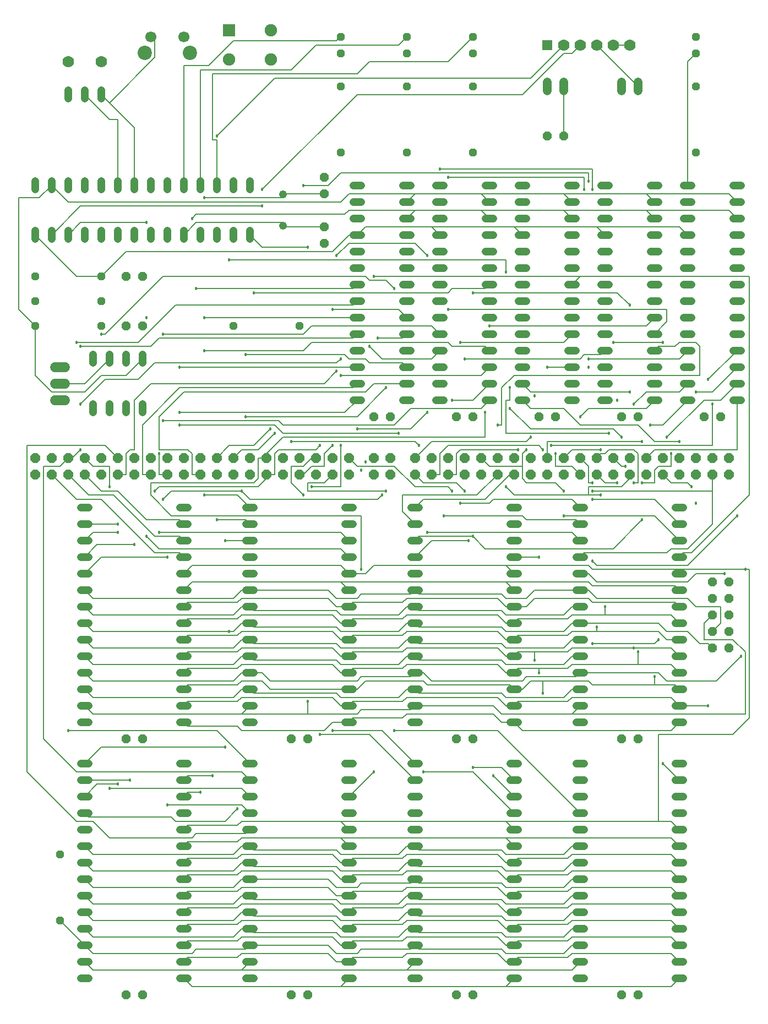
<source format=gbr>
G04 EAGLE Gerber RS-274X export*
G75*
%MOMM*%
%FSLAX34Y34*%
%LPD*%
%INTop Copper*%
%IPPOS*%
%AMOC8*
5,1,8,0,0,1.08239X$1,22.5*%
G01*
%ADD10C,1.219200*%
%ADD11P,1.649562X8X22.500000*%
%ADD12C,1.219200*%
%ADD13P,1.539592X8X292.500000*%
%ADD14P,1.539592X8X112.500000*%
%ADD15R,1.500000X1.500000*%
%ADD16C,1.778000*%
%ADD17P,1.539592X8X202.500000*%
%ADD18P,1.319650X8X22.500000*%
%ADD19P,1.539592X8X22.500000*%
%ADD20P,1.319650X8X292.500000*%
%ADD21C,1.524000*%
%ADD22C,1.371600*%
%ADD23C,2.200000*%
%ADD24C,1.700000*%
%ADD25R,1.905000X1.905000*%
%ADD26C,1.905000*%
%ADD27P,1.319650X8X112.500000*%
%ADD28P,1.484606X8X112.500000*%
%ADD29C,0.127000*%
%ADD30C,0.457200*%


D10*
X1034796Y444500D02*
X1022604Y444500D01*
X1022604Y469900D02*
X1034796Y469900D01*
X1034796Y495300D02*
X1022604Y495300D01*
X1022604Y520700D02*
X1034796Y520700D01*
X1034796Y546100D02*
X1022604Y546100D01*
X1022604Y571500D02*
X1034796Y571500D01*
X1034796Y596900D02*
X1022604Y596900D01*
X1022604Y622300D02*
X1034796Y622300D01*
X1034796Y647700D02*
X1022604Y647700D01*
X1022604Y673100D02*
X1034796Y673100D01*
X1034796Y698500D02*
X1022604Y698500D01*
X1022604Y723900D02*
X1034796Y723900D01*
X1034796Y749300D02*
X1022604Y749300D01*
X1022604Y774700D02*
X1034796Y774700D01*
X882396Y774700D02*
X870204Y774700D01*
X870204Y749300D02*
X882396Y749300D01*
X882396Y723900D02*
X870204Y723900D01*
X870204Y698500D02*
X882396Y698500D01*
X882396Y673100D02*
X870204Y673100D01*
X870204Y647700D02*
X882396Y647700D01*
X882396Y622300D02*
X870204Y622300D01*
X870204Y596900D02*
X882396Y596900D01*
X882396Y571500D02*
X870204Y571500D01*
X870204Y546100D02*
X882396Y546100D01*
X882396Y520700D02*
X870204Y520700D01*
X870204Y495300D02*
X882396Y495300D01*
X882396Y469900D02*
X870204Y469900D01*
X870204Y444500D02*
X882396Y444500D01*
X1022604Y50800D02*
X1034796Y50800D01*
X1034796Y76200D02*
X1022604Y76200D01*
X1022604Y101600D02*
X1034796Y101600D01*
X1034796Y127000D02*
X1022604Y127000D01*
X1022604Y152400D02*
X1034796Y152400D01*
X1034796Y177800D02*
X1022604Y177800D01*
X1022604Y203200D02*
X1034796Y203200D01*
X1034796Y228600D02*
X1022604Y228600D01*
X1022604Y254000D02*
X1034796Y254000D01*
X1034796Y279400D02*
X1022604Y279400D01*
X1022604Y304800D02*
X1034796Y304800D01*
X1034796Y330200D02*
X1022604Y330200D01*
X1022604Y355600D02*
X1034796Y355600D01*
X1034796Y381000D02*
X1022604Y381000D01*
X882396Y381000D02*
X870204Y381000D01*
X870204Y355600D02*
X882396Y355600D01*
X882396Y330200D02*
X870204Y330200D01*
X870204Y304800D02*
X882396Y304800D01*
X882396Y279400D02*
X870204Y279400D01*
X870204Y254000D02*
X882396Y254000D01*
X882396Y228600D02*
X870204Y228600D01*
X870204Y203200D02*
X882396Y203200D01*
X882396Y177800D02*
X870204Y177800D01*
X870204Y152400D02*
X882396Y152400D01*
X882396Y127000D02*
X870204Y127000D01*
X870204Y101600D02*
X882396Y101600D01*
X882396Y76200D02*
X870204Y76200D01*
X870204Y50800D02*
X882396Y50800D01*
X780796Y444500D02*
X768604Y444500D01*
X768604Y469900D02*
X780796Y469900D01*
X780796Y495300D02*
X768604Y495300D01*
X768604Y520700D02*
X780796Y520700D01*
X780796Y546100D02*
X768604Y546100D01*
X768604Y571500D02*
X780796Y571500D01*
X780796Y596900D02*
X768604Y596900D01*
X768604Y622300D02*
X780796Y622300D01*
X780796Y647700D02*
X768604Y647700D01*
X768604Y673100D02*
X780796Y673100D01*
X780796Y698500D02*
X768604Y698500D01*
X768604Y723900D02*
X780796Y723900D01*
X780796Y749300D02*
X768604Y749300D01*
X768604Y774700D02*
X780796Y774700D01*
X628396Y774700D02*
X616204Y774700D01*
X616204Y749300D02*
X628396Y749300D01*
X628396Y723900D02*
X616204Y723900D01*
X616204Y698500D02*
X628396Y698500D01*
X628396Y673100D02*
X616204Y673100D01*
X616204Y647700D02*
X628396Y647700D01*
X628396Y622300D02*
X616204Y622300D01*
X616204Y596900D02*
X628396Y596900D01*
X628396Y571500D02*
X616204Y571500D01*
X616204Y546100D02*
X628396Y546100D01*
X628396Y520700D02*
X616204Y520700D01*
X616204Y495300D02*
X628396Y495300D01*
X628396Y469900D02*
X616204Y469900D01*
X616204Y444500D02*
X628396Y444500D01*
X768604Y50800D02*
X780796Y50800D01*
X780796Y76200D02*
X768604Y76200D01*
X768604Y101600D02*
X780796Y101600D01*
X780796Y127000D02*
X768604Y127000D01*
X768604Y152400D02*
X780796Y152400D01*
X780796Y177800D02*
X768604Y177800D01*
X768604Y203200D02*
X780796Y203200D01*
X780796Y228600D02*
X768604Y228600D01*
X768604Y254000D02*
X780796Y254000D01*
X780796Y279400D02*
X768604Y279400D01*
X768604Y304800D02*
X780796Y304800D01*
X780796Y330200D02*
X768604Y330200D01*
X768604Y355600D02*
X780796Y355600D01*
X780796Y381000D02*
X768604Y381000D01*
X628396Y381000D02*
X616204Y381000D01*
X616204Y355600D02*
X628396Y355600D01*
X628396Y330200D02*
X616204Y330200D01*
X616204Y304800D02*
X628396Y304800D01*
X628396Y279400D02*
X616204Y279400D01*
X616204Y254000D02*
X628396Y254000D01*
X628396Y228600D02*
X616204Y228600D01*
X616204Y203200D02*
X628396Y203200D01*
X628396Y177800D02*
X616204Y177800D01*
X616204Y152400D02*
X628396Y152400D01*
X628396Y127000D02*
X616204Y127000D01*
X616204Y101600D02*
X628396Y101600D01*
X628396Y76200D02*
X616204Y76200D01*
X616204Y50800D02*
X628396Y50800D01*
X526796Y444500D02*
X514604Y444500D01*
X514604Y469900D02*
X526796Y469900D01*
X526796Y495300D02*
X514604Y495300D01*
X514604Y520700D02*
X526796Y520700D01*
X526796Y546100D02*
X514604Y546100D01*
X514604Y571500D02*
X526796Y571500D01*
X526796Y596900D02*
X514604Y596900D01*
X514604Y622300D02*
X526796Y622300D01*
X526796Y647700D02*
X514604Y647700D01*
X514604Y673100D02*
X526796Y673100D01*
X526796Y698500D02*
X514604Y698500D01*
X514604Y723900D02*
X526796Y723900D01*
X526796Y749300D02*
X514604Y749300D01*
X514604Y774700D02*
X526796Y774700D01*
X374396Y774700D02*
X362204Y774700D01*
X362204Y749300D02*
X374396Y749300D01*
X374396Y723900D02*
X362204Y723900D01*
X362204Y698500D02*
X374396Y698500D01*
X374396Y673100D02*
X362204Y673100D01*
X362204Y647700D02*
X374396Y647700D01*
X374396Y622300D02*
X362204Y622300D01*
X362204Y596900D02*
X374396Y596900D01*
X374396Y571500D02*
X362204Y571500D01*
X362204Y546100D02*
X374396Y546100D01*
X374396Y520700D02*
X362204Y520700D01*
X362204Y495300D02*
X374396Y495300D01*
X374396Y469900D02*
X362204Y469900D01*
X362204Y444500D02*
X374396Y444500D01*
X514604Y50800D02*
X526796Y50800D01*
X526796Y76200D02*
X514604Y76200D01*
X514604Y101600D02*
X526796Y101600D01*
X526796Y127000D02*
X514604Y127000D01*
X514604Y152400D02*
X526796Y152400D01*
X526796Y177800D02*
X514604Y177800D01*
X514604Y203200D02*
X526796Y203200D01*
X526796Y228600D02*
X514604Y228600D01*
X514604Y254000D02*
X526796Y254000D01*
X526796Y279400D02*
X514604Y279400D01*
X514604Y304800D02*
X526796Y304800D01*
X526796Y330200D02*
X514604Y330200D01*
X514604Y355600D02*
X526796Y355600D01*
X526796Y381000D02*
X514604Y381000D01*
X374396Y381000D02*
X362204Y381000D01*
X362204Y355600D02*
X374396Y355600D01*
X374396Y330200D02*
X362204Y330200D01*
X362204Y304800D02*
X374396Y304800D01*
X374396Y279400D02*
X362204Y279400D01*
X362204Y254000D02*
X374396Y254000D01*
X374396Y228600D02*
X362204Y228600D01*
X362204Y203200D02*
X374396Y203200D01*
X374396Y177800D02*
X362204Y177800D01*
X362204Y152400D02*
X374396Y152400D01*
X374396Y127000D02*
X362204Y127000D01*
X362204Y101600D02*
X374396Y101600D01*
X374396Y76200D02*
X362204Y76200D01*
X362204Y50800D02*
X374396Y50800D01*
X272796Y50800D02*
X260604Y50800D01*
X260604Y76200D02*
X272796Y76200D01*
X272796Y101600D02*
X260604Y101600D01*
X260604Y127000D02*
X272796Y127000D01*
X272796Y152400D02*
X260604Y152400D01*
X260604Y177800D02*
X272796Y177800D01*
X272796Y203200D02*
X260604Y203200D01*
X260604Y228600D02*
X272796Y228600D01*
X272796Y254000D02*
X260604Y254000D01*
X260604Y279400D02*
X272796Y279400D01*
X272796Y304800D02*
X260604Y304800D01*
X260604Y330200D02*
X272796Y330200D01*
X272796Y355600D02*
X260604Y355600D01*
X260604Y381000D02*
X272796Y381000D01*
X120396Y381000D02*
X108204Y381000D01*
X108204Y355600D02*
X120396Y355600D01*
X120396Y330200D02*
X108204Y330200D01*
X108204Y304800D02*
X120396Y304800D01*
X120396Y279400D02*
X108204Y279400D01*
X108204Y254000D02*
X120396Y254000D01*
X120396Y228600D02*
X108204Y228600D01*
X108204Y203200D02*
X120396Y203200D01*
X120396Y177800D02*
X108204Y177800D01*
X108204Y152400D02*
X120396Y152400D01*
X120396Y127000D02*
X108204Y127000D01*
X108204Y101600D02*
X120396Y101600D01*
X120396Y76200D02*
X108204Y76200D01*
X108204Y50800D02*
X120396Y50800D01*
D11*
X38100Y825500D03*
X63500Y825500D03*
X88900Y825500D03*
X114300Y825500D03*
X139700Y825500D03*
X165100Y825500D03*
X38100Y850900D03*
X63500Y850900D03*
X88900Y850900D03*
X114300Y850900D03*
X139700Y850900D03*
X165100Y850900D03*
X190500Y825500D03*
X190500Y850900D03*
X215900Y825500D03*
X241300Y825500D03*
X266700Y825500D03*
X292100Y825500D03*
X317500Y825500D03*
X342900Y825500D03*
X215900Y850900D03*
X241300Y850900D03*
X266700Y850900D03*
X292100Y850900D03*
X317500Y850900D03*
X342900Y850900D03*
X368300Y825500D03*
X368300Y850900D03*
X393700Y825500D03*
X419100Y825500D03*
X444500Y825500D03*
X469900Y825500D03*
X495300Y825500D03*
X520700Y825500D03*
X393700Y850900D03*
X419100Y850900D03*
X444500Y850900D03*
X469900Y850900D03*
X495300Y850900D03*
X520700Y850900D03*
D10*
X38100Y1187704D02*
X38100Y1199896D01*
X63500Y1199896D02*
X63500Y1187704D01*
X88900Y1187704D02*
X88900Y1199896D01*
X114300Y1199896D02*
X114300Y1187704D01*
X139700Y1187704D02*
X139700Y1199896D01*
X165100Y1199896D02*
X165100Y1187704D01*
X190500Y1187704D02*
X190500Y1199896D01*
X215900Y1199896D02*
X215900Y1187704D01*
X241300Y1187704D02*
X241300Y1199896D01*
X266700Y1199896D02*
X266700Y1187704D01*
X292100Y1187704D02*
X292100Y1199896D01*
X317500Y1199896D02*
X317500Y1187704D01*
X342900Y1187704D02*
X342900Y1199896D01*
X368300Y1199896D02*
X368300Y1187704D01*
X368300Y1263904D02*
X368300Y1276096D01*
X342900Y1276096D02*
X342900Y1263904D01*
X317500Y1263904D02*
X317500Y1276096D01*
X292100Y1276096D02*
X292100Y1263904D01*
X266700Y1263904D02*
X266700Y1276096D01*
X241300Y1276096D02*
X241300Y1263904D01*
X215900Y1263904D02*
X215900Y1276096D01*
X190500Y1276096D02*
X190500Y1263904D01*
X165100Y1263904D02*
X165100Y1276096D01*
X139700Y1276096D02*
X139700Y1263904D01*
X114300Y1263904D02*
X114300Y1276096D01*
X88900Y1276096D02*
X88900Y1263904D01*
X63500Y1263904D02*
X63500Y1276096D01*
X38100Y1276096D02*
X38100Y1263904D01*
D12*
X419100Y1207770D03*
X419100Y1256030D03*
D13*
X482600Y1282700D03*
X482600Y1257300D03*
D14*
X482600Y1181100D03*
X482600Y1206500D03*
D15*
X825500Y1485900D03*
D16*
X850900Y1485900D03*
X876300Y1485900D03*
X901700Y1485900D03*
X927100Y1485900D03*
X952500Y1485900D03*
D17*
X850900Y1346200D03*
X825500Y1346200D03*
D18*
X38100Y1130300D03*
X139700Y1130300D03*
D19*
X177800Y1130300D03*
X203200Y1130300D03*
X177800Y1054100D03*
X203200Y1054100D03*
D18*
X38100Y1054100D03*
X139700Y1054100D03*
X38100Y1092200D03*
X139700Y1092200D03*
D10*
X127000Y933196D02*
X127000Y921004D01*
X152400Y921004D02*
X152400Y933196D01*
X177800Y933196D02*
X177800Y921004D01*
X203200Y921004D02*
X203200Y933196D01*
X203200Y997204D02*
X203200Y1009396D01*
X177800Y1009396D02*
X177800Y997204D01*
X152400Y997204D02*
X152400Y1009396D01*
X127000Y1009396D02*
X127000Y997204D01*
D20*
X508000Y1498600D03*
X508000Y1473200D03*
X609600Y1498600D03*
X609600Y1473200D03*
X711200Y1498600D03*
X711200Y1473200D03*
X711200Y1422400D03*
X711200Y1320800D03*
X609600Y1422400D03*
X609600Y1320800D03*
X508000Y1422400D03*
X508000Y1320800D03*
D17*
X965200Y25400D03*
X939800Y25400D03*
X965200Y419100D03*
X939800Y419100D03*
X457200Y419100D03*
X431800Y419100D03*
X711200Y419100D03*
X685800Y419100D03*
X457200Y25400D03*
X431800Y25400D03*
D10*
X88900Y1403604D02*
X88900Y1415796D01*
X114300Y1415796D02*
X114300Y1403604D01*
X139700Y1403604D02*
X139700Y1415796D01*
D16*
X88900Y1460500D03*
X139700Y1460500D03*
D21*
X83820Y939800D02*
X68580Y939800D01*
X68580Y965200D02*
X83820Y965200D01*
X83820Y990600D02*
X68580Y990600D01*
D17*
X203200Y25400D03*
X177800Y25400D03*
X711200Y25400D03*
X685800Y25400D03*
X203200Y419100D03*
X177800Y419100D03*
D22*
X939800Y1415542D02*
X939800Y1429258D01*
X965200Y1429258D02*
X965200Y1415542D01*
X825500Y1415542D02*
X825500Y1429258D01*
X850900Y1429258D02*
X850900Y1415542D01*
D23*
X276300Y1473600D03*
X206300Y1473600D03*
D24*
X266300Y1498600D03*
X216300Y1498600D03*
D25*
X335800Y1508400D03*
D26*
X335800Y1463400D03*
X400800Y1463400D03*
X400800Y1508400D03*
D18*
X342900Y1054100D03*
X444500Y1054100D03*
D20*
X1054100Y1498600D03*
X1054100Y1473200D03*
X1054100Y1422400D03*
X1054100Y1320800D03*
D10*
X272796Y444500D02*
X260604Y444500D01*
X260604Y469900D02*
X272796Y469900D01*
X272796Y495300D02*
X260604Y495300D01*
X260604Y520700D02*
X272796Y520700D01*
X272796Y546100D02*
X260604Y546100D01*
X260604Y571500D02*
X272796Y571500D01*
X272796Y596900D02*
X260604Y596900D01*
X260604Y622300D02*
X272796Y622300D01*
X272796Y647700D02*
X260604Y647700D01*
X260604Y673100D02*
X272796Y673100D01*
X272796Y698500D02*
X260604Y698500D01*
X260604Y723900D02*
X272796Y723900D01*
X272796Y749300D02*
X260604Y749300D01*
X260604Y774700D02*
X272796Y774700D01*
X120396Y774700D02*
X108204Y774700D01*
X108204Y749300D02*
X120396Y749300D01*
X120396Y723900D02*
X108204Y723900D01*
X108204Y698500D02*
X120396Y698500D01*
X120396Y673100D02*
X108204Y673100D01*
X108204Y647700D02*
X120396Y647700D01*
X120396Y622300D02*
X108204Y622300D01*
X108204Y596900D02*
X120396Y596900D01*
X120396Y571500D02*
X108204Y571500D01*
X108204Y546100D02*
X120396Y546100D01*
X120396Y520700D02*
X108204Y520700D01*
X108204Y495300D02*
X120396Y495300D01*
X120396Y469900D02*
X108204Y469900D01*
X108204Y444500D02*
X120396Y444500D01*
X857504Y939800D02*
X869696Y939800D01*
X869696Y965200D02*
X857504Y965200D01*
X857504Y990600D02*
X869696Y990600D01*
X869696Y1016000D02*
X857504Y1016000D01*
X857504Y1041400D02*
X869696Y1041400D01*
X869696Y1066800D02*
X857504Y1066800D01*
X857504Y1092200D02*
X869696Y1092200D01*
X869696Y1117600D02*
X857504Y1117600D01*
X857504Y1143000D02*
X869696Y1143000D01*
X869696Y1168400D02*
X857504Y1168400D01*
X857504Y1193800D02*
X869696Y1193800D01*
X869696Y1219200D02*
X857504Y1219200D01*
X857504Y1244600D02*
X869696Y1244600D01*
X869696Y1270000D02*
X857504Y1270000D01*
X793496Y1270000D02*
X781304Y1270000D01*
X781304Y1244600D02*
X793496Y1244600D01*
X793496Y1219200D02*
X781304Y1219200D01*
X781304Y1193800D02*
X793496Y1193800D01*
X793496Y1168400D02*
X781304Y1168400D01*
X781304Y1143000D02*
X793496Y1143000D01*
X793496Y1117600D02*
X781304Y1117600D01*
X781304Y1092200D02*
X793496Y1092200D01*
X793496Y1066800D02*
X781304Y1066800D01*
X781304Y1041400D02*
X793496Y1041400D01*
X793496Y1016000D02*
X781304Y1016000D01*
X781304Y990600D02*
X793496Y990600D01*
X793496Y965200D02*
X781304Y965200D01*
X781304Y939800D02*
X793496Y939800D01*
X984504Y939800D02*
X996696Y939800D01*
X996696Y965200D02*
X984504Y965200D01*
X984504Y990600D02*
X996696Y990600D01*
X996696Y1016000D02*
X984504Y1016000D01*
X984504Y1041400D02*
X996696Y1041400D01*
X996696Y1066800D02*
X984504Y1066800D01*
X984504Y1092200D02*
X996696Y1092200D01*
X996696Y1117600D02*
X984504Y1117600D01*
X984504Y1143000D02*
X996696Y1143000D01*
X996696Y1168400D02*
X984504Y1168400D01*
X984504Y1193800D02*
X996696Y1193800D01*
X996696Y1219200D02*
X984504Y1219200D01*
X984504Y1244600D02*
X996696Y1244600D01*
X996696Y1270000D02*
X984504Y1270000D01*
X920496Y1270000D02*
X908304Y1270000D01*
X908304Y1244600D02*
X920496Y1244600D01*
X920496Y1219200D02*
X908304Y1219200D01*
X908304Y1193800D02*
X920496Y1193800D01*
X920496Y1168400D02*
X908304Y1168400D01*
X908304Y1143000D02*
X920496Y1143000D01*
X920496Y1117600D02*
X908304Y1117600D01*
X908304Y1092200D02*
X920496Y1092200D01*
X920496Y1066800D02*
X908304Y1066800D01*
X908304Y1041400D02*
X920496Y1041400D01*
X920496Y1016000D02*
X908304Y1016000D01*
X908304Y990600D02*
X920496Y990600D01*
X920496Y965200D02*
X908304Y965200D01*
X908304Y939800D02*
X920496Y939800D01*
X742696Y939800D02*
X730504Y939800D01*
X730504Y965200D02*
X742696Y965200D01*
X742696Y990600D02*
X730504Y990600D01*
X730504Y1016000D02*
X742696Y1016000D01*
X742696Y1041400D02*
X730504Y1041400D01*
X730504Y1066800D02*
X742696Y1066800D01*
X742696Y1092200D02*
X730504Y1092200D01*
X730504Y1117600D02*
X742696Y1117600D01*
X742696Y1143000D02*
X730504Y1143000D01*
X730504Y1168400D02*
X742696Y1168400D01*
X742696Y1193800D02*
X730504Y1193800D01*
X730504Y1219200D02*
X742696Y1219200D01*
X742696Y1244600D02*
X730504Y1244600D01*
X730504Y1270000D02*
X742696Y1270000D01*
X666496Y1270000D02*
X654304Y1270000D01*
X654304Y1244600D02*
X666496Y1244600D01*
X666496Y1219200D02*
X654304Y1219200D01*
X654304Y1193800D02*
X666496Y1193800D01*
X666496Y1168400D02*
X654304Y1168400D01*
X654304Y1143000D02*
X666496Y1143000D01*
X666496Y1117600D02*
X654304Y1117600D01*
X654304Y1092200D02*
X666496Y1092200D01*
X666496Y1066800D02*
X654304Y1066800D01*
X654304Y1041400D02*
X666496Y1041400D01*
X666496Y1016000D02*
X654304Y1016000D01*
X654304Y990600D02*
X666496Y990600D01*
X666496Y965200D02*
X654304Y965200D01*
X654304Y939800D02*
X666496Y939800D01*
X615696Y939800D02*
X603504Y939800D01*
X603504Y965200D02*
X615696Y965200D01*
X615696Y990600D02*
X603504Y990600D01*
X603504Y1016000D02*
X615696Y1016000D01*
X615696Y1041400D02*
X603504Y1041400D01*
X603504Y1066800D02*
X615696Y1066800D01*
X615696Y1092200D02*
X603504Y1092200D01*
X603504Y1117600D02*
X615696Y1117600D01*
X615696Y1143000D02*
X603504Y1143000D01*
X603504Y1168400D02*
X615696Y1168400D01*
X615696Y1193800D02*
X603504Y1193800D01*
X603504Y1219200D02*
X615696Y1219200D01*
X615696Y1244600D02*
X603504Y1244600D01*
X603504Y1270000D02*
X615696Y1270000D01*
X539496Y1270000D02*
X527304Y1270000D01*
X527304Y1244600D02*
X539496Y1244600D01*
X539496Y1219200D02*
X527304Y1219200D01*
X527304Y1193800D02*
X539496Y1193800D01*
X539496Y1168400D02*
X527304Y1168400D01*
X527304Y1143000D02*
X539496Y1143000D01*
X539496Y1117600D02*
X527304Y1117600D01*
X527304Y1092200D02*
X539496Y1092200D01*
X539496Y1066800D02*
X527304Y1066800D01*
X527304Y1041400D02*
X539496Y1041400D01*
X539496Y1016000D02*
X527304Y1016000D01*
X527304Y990600D02*
X539496Y990600D01*
X539496Y965200D02*
X527304Y965200D01*
X527304Y939800D02*
X539496Y939800D01*
X1111504Y939800D02*
X1123696Y939800D01*
X1123696Y965200D02*
X1111504Y965200D01*
X1111504Y990600D02*
X1123696Y990600D01*
X1123696Y1016000D02*
X1111504Y1016000D01*
X1111504Y1041400D02*
X1123696Y1041400D01*
X1123696Y1066800D02*
X1111504Y1066800D01*
X1111504Y1092200D02*
X1123696Y1092200D01*
X1123696Y1117600D02*
X1111504Y1117600D01*
X1111504Y1143000D02*
X1123696Y1143000D01*
X1123696Y1168400D02*
X1111504Y1168400D01*
X1111504Y1193800D02*
X1123696Y1193800D01*
X1123696Y1219200D02*
X1111504Y1219200D01*
X1111504Y1244600D02*
X1123696Y1244600D01*
X1123696Y1270000D02*
X1111504Y1270000D01*
X1047496Y1270000D02*
X1035304Y1270000D01*
X1035304Y1244600D02*
X1047496Y1244600D01*
X1047496Y1219200D02*
X1035304Y1219200D01*
X1035304Y1193800D02*
X1047496Y1193800D01*
X1047496Y1168400D02*
X1035304Y1168400D01*
X1035304Y1143000D02*
X1047496Y1143000D01*
X1047496Y1117600D02*
X1035304Y1117600D01*
X1035304Y1092200D02*
X1047496Y1092200D01*
X1047496Y1066800D02*
X1035304Y1066800D01*
X1035304Y1041400D02*
X1047496Y1041400D01*
X1047496Y1016000D02*
X1035304Y1016000D01*
X1035304Y990600D02*
X1047496Y990600D01*
X1047496Y965200D02*
X1035304Y965200D01*
X1035304Y939800D02*
X1047496Y939800D01*
D27*
X76200Y139700D03*
X76200Y241300D03*
D11*
X622300Y825500D03*
X647700Y825500D03*
X673100Y825500D03*
X698500Y825500D03*
X723900Y825500D03*
X749300Y825500D03*
X622300Y850900D03*
X647700Y850900D03*
X673100Y850900D03*
X698500Y850900D03*
X723900Y850900D03*
X749300Y850900D03*
X774700Y825500D03*
X774700Y850900D03*
X800100Y825500D03*
X825500Y825500D03*
X850900Y825500D03*
X876300Y825500D03*
X901700Y825500D03*
X927100Y825500D03*
X800100Y850900D03*
X825500Y850900D03*
X850900Y850900D03*
X876300Y850900D03*
X901700Y850900D03*
X927100Y850900D03*
X952500Y825500D03*
X952500Y850900D03*
X977900Y825500D03*
X1003300Y825500D03*
X1028700Y825500D03*
X1054100Y825500D03*
X1079500Y825500D03*
X1104900Y825500D03*
X977900Y850900D03*
X1003300Y850900D03*
X1028700Y850900D03*
X1054100Y850900D03*
X1079500Y850900D03*
X1104900Y850900D03*
D28*
X1104900Y558800D03*
X1079500Y558800D03*
X1104900Y584200D03*
X1079500Y584200D03*
X1104900Y609600D03*
X1079500Y609600D03*
X1104900Y635000D03*
X1079500Y635000D03*
X1104900Y660400D03*
X1079500Y660400D03*
D19*
X1066800Y914400D03*
X1092200Y914400D03*
X939800Y914400D03*
X965200Y914400D03*
X812800Y914400D03*
X838200Y914400D03*
X685800Y914400D03*
X711200Y914400D03*
X558800Y914400D03*
X584200Y914400D03*
D11*
X558800Y825500D03*
X558800Y850900D03*
X584200Y825500D03*
X584200Y850900D03*
D29*
X927100Y1485900D02*
X952500Y1485900D01*
X190500Y1358900D02*
X152400Y1397000D01*
X139700Y1409700D01*
X190500Y1358900D02*
X190500Y1270000D01*
X152400Y1397000D02*
X222250Y1466850D01*
X222250Y1498600D01*
X216300Y1498600D01*
X1041400Y1460500D02*
X1054100Y1473200D01*
X1041400Y1460500D02*
X1041400Y1270000D01*
X107950Y1238250D02*
X63500Y1193800D01*
X107950Y1238250D02*
X387350Y1238250D01*
X387350Y1263650D02*
X533400Y1409700D01*
X787400Y1409700D01*
X850900Y1473200D01*
X863600Y1473200D01*
X876300Y1485900D01*
D30*
X387350Y1238250D03*
X387350Y1263650D03*
D29*
X107950Y1212850D02*
X88900Y1193800D01*
X107950Y1212850D02*
X209550Y1212850D01*
X317500Y1346200D02*
X406400Y1435100D01*
X800100Y1435100D01*
X850900Y1485900D01*
D30*
X209550Y1212850D03*
X317500Y1346200D03*
D29*
X101600Y1130300D02*
X38100Y1193800D01*
X101600Y1130300D02*
X139700Y1130300D01*
X533400Y1193800D02*
X546100Y1206500D01*
X647700Y1206500D01*
X660400Y1193800D01*
X774700Y1206500D02*
X787400Y1193800D01*
X774700Y1206500D02*
X647700Y1206500D01*
X901700Y1206500D02*
X914400Y1193800D01*
X901700Y1206500D02*
X774700Y1206500D01*
X1028700Y1206500D02*
X1041400Y1193800D01*
X1028700Y1206500D02*
X901700Y1206500D01*
X177800Y1168400D02*
X139700Y1130300D01*
X177800Y1168400D02*
X495300Y1168400D01*
X520700Y1193800D01*
X533400Y1193800D01*
X609600Y1219200D02*
X622300Y1231900D01*
X723900Y1231900D01*
X736600Y1219200D01*
X850900Y1231900D02*
X863600Y1219200D01*
X850900Y1231900D02*
X723900Y1231900D01*
X977900Y1231900D02*
X990600Y1219200D01*
X977900Y1231900D02*
X850900Y1231900D01*
X1104900Y1231900D02*
X1117600Y1219200D01*
X1104900Y1231900D02*
X977900Y1231900D01*
X285750Y1225550D02*
X279400Y1219200D01*
X285750Y1225550D02*
X514350Y1225550D01*
X520700Y1231900D01*
X622300Y1231900D01*
D30*
X279400Y1219200D03*
D29*
X38100Y1054100D02*
X12700Y1079500D01*
X12700Y1250950D01*
X44450Y1250950D01*
X63500Y1270000D01*
X203200Y1003300D02*
X177800Y977900D01*
X139700Y977900D01*
X114300Y952500D01*
X63500Y952500D01*
X38100Y977900D01*
X38100Y1054100D01*
X609600Y1244600D02*
X622300Y1257300D01*
X723900Y1257300D01*
X736600Y1244600D01*
X850900Y1257300D02*
X863600Y1244600D01*
X850900Y1257300D02*
X723900Y1257300D01*
X977900Y1257300D02*
X990600Y1244600D01*
X977900Y1257300D02*
X850900Y1257300D01*
X1104900Y1257300D02*
X1117600Y1244600D01*
X1104900Y1257300D02*
X977900Y1257300D01*
X88900Y1244600D02*
X63500Y1270000D01*
X88900Y1244600D02*
X508000Y1244600D01*
X520700Y1257300D01*
X622300Y1257300D01*
X260350Y704850D02*
X266700Y698500D01*
X260350Y704850D02*
X222250Y704850D01*
X139700Y787400D01*
X101600Y787400D01*
X63500Y825500D01*
X527050Y1111250D02*
X533400Y1117600D01*
X527050Y1111250D02*
X285750Y1111250D01*
D30*
X285750Y1111250D03*
D29*
X552450Y425450D02*
X622300Y355600D01*
X552450Y425450D02*
X476250Y425450D01*
X450850Y793750D02*
X431800Y812800D01*
X431800Y838200D01*
X450850Y838200D01*
X463550Y850900D01*
X469900Y850900D01*
X882650Y1263650D02*
X882650Y1282700D01*
X673100Y1282700D01*
D30*
X476250Y425450D03*
X450850Y793750D03*
X882650Y1263650D03*
X673100Y1282700D03*
D29*
X571500Y431800D02*
X622300Y381000D01*
X571500Y431800D02*
X495300Y431800D01*
X908050Y1009650D02*
X914400Y1016000D01*
X908050Y1009650D02*
X882650Y1009650D01*
X876300Y1003300D01*
X698500Y1003300D01*
D30*
X495300Y431800D03*
X698500Y1003300D03*
D29*
X755650Y374650D02*
X774700Y355600D01*
X755650Y374650D02*
X711200Y374650D01*
X679450Y800100D02*
X673100Y806450D01*
X622300Y806450D01*
X590550Y838200D01*
X533400Y838200D01*
X520700Y850900D01*
D30*
X711200Y374650D03*
X679450Y800100D03*
D29*
X742950Y361950D02*
X774700Y330200D01*
X698500Y800100D02*
X685800Y812800D01*
X635000Y812800D01*
X622300Y825500D01*
D30*
X742950Y361950D03*
X698500Y800100D03*
D29*
X273050Y476250D02*
X266700Y469900D01*
X273050Y476250D02*
X349250Y476250D01*
X355600Y482600D01*
X495300Y482600D01*
X508000Y469900D01*
X520700Y469900D01*
X774700Y469900D02*
X781050Y476250D01*
X857250Y476250D01*
X863600Y482600D01*
X1016000Y482600D01*
X1028700Y469900D01*
X527050Y476250D02*
X520700Y469900D01*
X527050Y476250D02*
X603250Y476250D01*
X609600Y482600D01*
X749300Y482600D01*
X762000Y469900D01*
X774700Y469900D01*
X273050Y82550D02*
X266700Y76200D01*
X273050Y82550D02*
X349250Y82550D01*
X355600Y88900D01*
X488950Y88900D01*
X501650Y76200D01*
X520700Y76200D01*
X774700Y76200D02*
X781050Y82550D01*
X857250Y82550D01*
X863600Y88900D01*
X1016000Y88900D01*
X1028700Y76200D01*
X527050Y82550D02*
X520700Y76200D01*
X527050Y82550D02*
X603250Y82550D01*
X609600Y88900D01*
X749300Y88900D01*
X762000Y76200D01*
X774700Y76200D01*
X1028700Y469900D02*
X1073150Y469900D01*
D30*
X1073150Y469900D03*
D29*
X127000Y165100D02*
X114300Y177800D01*
X127000Y165100D02*
X342900Y165100D01*
X355600Y177800D01*
X368300Y177800D01*
X622300Y177800D02*
X628650Y171450D01*
X755650Y171450D01*
X762000Y165100D01*
X850900Y165100D01*
X863600Y177800D01*
X876300Y177800D01*
X374650Y171450D02*
X368300Y177800D01*
X374650Y171450D02*
X501650Y171450D01*
X508000Y165100D01*
X596900Y165100D01*
X609600Y177800D01*
X622300Y177800D01*
X127000Y558800D02*
X114300Y571500D01*
X127000Y558800D02*
X342900Y558800D01*
X355600Y571500D01*
X368300Y571500D01*
X1073150Y971550D02*
X1117600Y1016000D01*
X628650Y565150D02*
X622300Y571500D01*
X628650Y565150D02*
X755650Y565150D01*
X762000Y558800D01*
X850900Y558800D01*
X863600Y571500D01*
X876300Y571500D01*
X1041400Y685800D02*
X1117600Y762000D01*
X1041400Y685800D02*
X901700Y685800D01*
X895350Y692150D01*
X374650Y565150D02*
X368300Y571500D01*
X374650Y565150D02*
X501650Y565150D01*
X508000Y558800D01*
X596900Y558800D01*
X609600Y571500D01*
X622300Y571500D01*
D30*
X1073150Y971550D03*
X1117600Y762000D03*
X895350Y692150D03*
D29*
X127000Y215900D02*
X114300Y228600D01*
X127000Y215900D02*
X342900Y215900D01*
X355600Y228600D01*
X368300Y228600D01*
X622300Y228600D02*
X628650Y222250D01*
X755650Y222250D01*
X762000Y215900D01*
X850900Y215900D01*
X863600Y228600D01*
X876300Y228600D01*
X374650Y222250D02*
X368300Y228600D01*
X374650Y222250D02*
X501650Y222250D01*
X508000Y215900D01*
X596900Y215900D01*
X609600Y228600D01*
X622300Y228600D01*
X127000Y609600D02*
X114300Y622300D01*
X127000Y609600D02*
X342900Y609600D01*
X355600Y622300D01*
X368300Y622300D01*
X1079500Y952500D02*
X1117600Y990600D01*
X1079500Y952500D02*
X1054100Y952500D01*
X628650Y615950D02*
X622300Y622300D01*
X628650Y615950D02*
X755650Y615950D01*
X762000Y609600D01*
X850900Y609600D01*
X863600Y622300D01*
X876300Y622300D01*
X374650Y615950D02*
X368300Y622300D01*
X374650Y615950D02*
X501650Y615950D01*
X508000Y609600D01*
X596900Y609600D01*
X609600Y622300D01*
X622300Y622300D01*
D30*
X1054100Y952500D03*
D29*
X127000Y139700D02*
X114300Y152400D01*
X127000Y139700D02*
X342900Y139700D01*
X355600Y152400D01*
X368300Y152400D01*
X622300Y152400D02*
X628650Y146050D01*
X755650Y146050D01*
X762000Y139700D01*
X850900Y139700D01*
X863600Y152400D01*
X876300Y152400D01*
X374650Y146050D02*
X368300Y152400D01*
X374650Y146050D02*
X501650Y146050D01*
X508000Y139700D01*
X596900Y139700D01*
X609600Y152400D01*
X622300Y152400D01*
X127000Y533400D02*
X114300Y546100D01*
X127000Y533400D02*
X342900Y533400D01*
X355600Y546100D01*
X368300Y546100D01*
X1092200Y939800D02*
X1117600Y965200D01*
X1092200Y939800D02*
X1066800Y939800D01*
X1009650Y882650D01*
X628650Y539750D02*
X622300Y546100D01*
X628650Y539750D02*
X755650Y539750D01*
X762000Y533400D01*
X850900Y533400D01*
X863600Y546100D01*
X876300Y546100D01*
X990600Y565150D02*
X996950Y571500D01*
X990600Y565150D02*
X895350Y565150D01*
X374650Y539750D02*
X368300Y546100D01*
X374650Y539750D02*
X501650Y539750D01*
X508000Y533400D01*
X596900Y533400D01*
X609600Y546100D01*
X622300Y546100D01*
D30*
X1009650Y882650D03*
X996950Y571500D03*
X895350Y565150D03*
D29*
X127000Y114300D02*
X114300Y127000D01*
X127000Y114300D02*
X342900Y114300D01*
X355600Y127000D01*
X368300Y127000D01*
X622300Y127000D02*
X628650Y120650D01*
X755650Y120650D01*
X762000Y114300D01*
X850900Y114300D01*
X863600Y127000D01*
X876300Y127000D01*
X374650Y120650D02*
X368300Y127000D01*
X374650Y120650D02*
X501650Y120650D01*
X508000Y114300D01*
X596900Y114300D01*
X609600Y127000D01*
X622300Y127000D01*
X1117600Y863600D02*
X1117600Y939800D01*
X1117600Y863600D02*
X990600Y863600D01*
X977900Y850900D01*
X127000Y508000D02*
X114300Y520700D01*
X127000Y508000D02*
X342900Y508000D01*
X355600Y520700D01*
X368300Y520700D01*
X615950Y514350D02*
X622300Y520700D01*
X615950Y514350D02*
X539750Y514350D01*
X533400Y508000D01*
X400050Y508000D01*
X387350Y520700D01*
X368300Y520700D01*
X869950Y514350D02*
X876300Y520700D01*
X869950Y514350D02*
X793750Y514350D01*
X787400Y508000D01*
X647700Y508000D01*
X635000Y520700D01*
X622300Y520700D01*
X1085850Y508000D02*
X1123950Y546100D01*
X1085850Y508000D02*
X1009650Y508000D01*
X996950Y520700D01*
X876300Y520700D01*
D30*
X1123950Y546100D03*
D29*
X273050Y107950D02*
X266700Y101600D01*
X273050Y107950D02*
X349250Y107950D01*
X355600Y114300D01*
X495300Y114300D01*
X508000Y101600D01*
X520700Y101600D01*
X774700Y101600D02*
X781050Y107950D01*
X857250Y107950D01*
X863600Y114300D01*
X1016000Y114300D01*
X1028700Y101600D01*
X527050Y107950D02*
X520700Y101600D01*
X527050Y107950D02*
X603250Y107950D01*
X609600Y114300D01*
X749300Y114300D01*
X762000Y101600D01*
X774700Y101600D01*
X1003300Y901700D02*
X1041400Y939800D01*
X1003300Y901700D02*
X984250Y901700D01*
X273050Y501650D02*
X266700Y495300D01*
X273050Y501650D02*
X349250Y501650D01*
X355600Y508000D01*
X387350Y508000D01*
X400050Y495300D01*
X520700Y495300D01*
X768350Y501650D02*
X774700Y495300D01*
X768350Y501650D02*
X641350Y501650D01*
X635000Y508000D01*
X546100Y508000D01*
X533400Y495300D01*
X520700Y495300D01*
X1022350Y501650D02*
X1028700Y495300D01*
X990600Y501650D02*
X895350Y501650D01*
X990600Y501650D02*
X1022350Y501650D01*
X895350Y501650D02*
X889000Y508000D01*
X819150Y508000D02*
X800100Y508000D01*
X819150Y508000D02*
X889000Y508000D01*
X800100Y508000D02*
X787400Y495300D01*
X774700Y495300D01*
X990600Y501650D02*
X990600Y514350D01*
X819150Y508000D02*
X819150Y488950D01*
D30*
X984250Y901700D03*
X990600Y514350D03*
X819150Y488950D03*
D29*
X273050Y133350D02*
X266700Y127000D01*
X273050Y133350D02*
X349250Y133350D01*
X355600Y139700D01*
X495300Y139700D01*
X508000Y127000D01*
X520700Y127000D01*
X774700Y127000D02*
X781050Y133350D01*
X857250Y133350D01*
X863600Y139700D01*
X1016000Y139700D01*
X1028700Y127000D01*
X527050Y133350D02*
X520700Y127000D01*
X527050Y133350D02*
X603250Y133350D01*
X609600Y139700D01*
X749300Y139700D01*
X762000Y127000D01*
X774700Y127000D01*
X273050Y527050D02*
X266700Y520700D01*
X273050Y527050D02*
X349250Y527050D01*
X355600Y533400D01*
X495300Y533400D01*
X508000Y520700D01*
X520700Y520700D01*
X1028700Y952500D02*
X1041400Y965200D01*
X1028700Y952500D02*
X977900Y952500D01*
X958850Y933450D01*
X781050Y527050D02*
X774700Y520700D01*
X812800Y527050D02*
X857250Y527050D01*
X812800Y527050D02*
X781050Y527050D01*
X857250Y527050D02*
X863600Y533400D01*
X965200Y533400D02*
X1016000Y533400D01*
X965200Y533400D02*
X863600Y533400D01*
X1016000Y533400D02*
X1028700Y520700D01*
X939800Y838200D02*
X927100Y850900D01*
X939800Y838200D02*
X946150Y838200D01*
X965200Y552450D02*
X965200Y533400D01*
X527050Y527050D02*
X520700Y520700D01*
X527050Y527050D02*
X603250Y527050D01*
X609600Y533400D01*
X749300Y533400D01*
X762000Y520700D01*
X774700Y520700D01*
X812800Y520700D02*
X812800Y527050D01*
D30*
X958850Y933450D03*
X946150Y838200D03*
X965200Y552450D03*
X812800Y520700D03*
D29*
X273050Y158750D02*
X266700Y152400D01*
X273050Y158750D02*
X349250Y158750D01*
X355600Y165100D01*
X495300Y165100D01*
X508000Y152400D01*
X520700Y152400D01*
X774700Y152400D02*
X781050Y158750D01*
X857250Y158750D01*
X863600Y165100D01*
X1016000Y165100D01*
X1028700Y152400D01*
X527050Y158750D02*
X520700Y152400D01*
X527050Y158750D02*
X603250Y158750D01*
X609600Y165100D01*
X749300Y165100D01*
X762000Y152400D01*
X774700Y152400D01*
X927100Y1028700D02*
X1003300Y1028700D01*
X273050Y552450D02*
X266700Y546100D01*
X273050Y552450D02*
X349250Y552450D01*
X355600Y558800D01*
X495300Y558800D01*
X508000Y546100D01*
X520700Y546100D01*
X774700Y546100D02*
X781050Y552450D01*
X806450Y552450D02*
X857250Y552450D01*
X806450Y552450D02*
X781050Y552450D01*
X857250Y552450D02*
X863600Y558800D01*
X958850Y558800D02*
X1016000Y558800D01*
X958850Y558800D02*
X863600Y558800D01*
X1016000Y558800D02*
X1028700Y546100D01*
X527050Y552450D02*
X520700Y546100D01*
X527050Y552450D02*
X603250Y552450D01*
X609600Y558800D01*
X749300Y558800D01*
X762000Y546100D01*
X774700Y546100D01*
X901700Y850900D02*
X908050Y857250D01*
X914400Y857250D01*
X920750Y863600D01*
X958850Y863600D01*
X965200Y857250D01*
X965200Y812800D01*
X958850Y812800D01*
X806450Y552450D02*
X806450Y539750D01*
D30*
X1003300Y1028700D03*
X927100Y1028700D03*
X958850Y812800D03*
X958850Y558800D03*
X806450Y539750D03*
D29*
X273050Y184150D02*
X266700Y177800D01*
X273050Y184150D02*
X349250Y184150D01*
X355600Y190500D01*
X488950Y190500D01*
X501650Y177800D01*
X520700Y177800D01*
X774700Y177800D02*
X781050Y184150D01*
X857250Y184150D01*
X863600Y190500D01*
X1016000Y190500D01*
X1028700Y177800D01*
X527050Y184150D02*
X520700Y177800D01*
X527050Y184150D02*
X603250Y184150D01*
X609600Y190500D01*
X749300Y190500D01*
X762000Y177800D01*
X774700Y177800D01*
X1028700Y1003300D02*
X1041400Y1016000D01*
X1028700Y1003300D02*
X889000Y1003300D01*
X273050Y577850D02*
X266700Y571500D01*
X273050Y577850D02*
X349250Y577850D01*
X355600Y584200D01*
X495300Y584200D01*
X508000Y571500D01*
X520700Y571500D01*
X774700Y571500D02*
X781050Y577850D01*
X857250Y577850D01*
X863600Y584200D01*
X901700Y584200D02*
X996950Y584200D01*
X901700Y584200D02*
X863600Y584200D01*
X996950Y584200D02*
X1009650Y571500D01*
X1028700Y571500D01*
X527050Y577850D02*
X520700Y571500D01*
X527050Y577850D02*
X603250Y577850D01*
X609600Y584200D01*
X749300Y584200D01*
X762000Y571500D01*
X774700Y571500D01*
X889000Y838200D02*
X876300Y850900D01*
X889000Y838200D02*
X889000Y812800D01*
X895350Y812800D01*
X901700Y590550D02*
X901700Y584200D01*
D30*
X889000Y1003300D03*
X895350Y812800D03*
X901700Y590550D03*
D29*
X273050Y209550D02*
X266700Y203200D01*
X273050Y209550D02*
X349250Y209550D01*
X355600Y215900D01*
X495300Y215900D01*
X508000Y203200D01*
X520700Y203200D01*
X774700Y203200D02*
X781050Y209550D01*
X857250Y209550D01*
X863600Y215900D01*
X1016000Y215900D01*
X1028700Y203200D01*
X527050Y209550D02*
X520700Y203200D01*
X527050Y209550D02*
X603250Y209550D01*
X609600Y215900D01*
X749300Y215900D01*
X762000Y203200D01*
X774700Y203200D01*
X863600Y863600D02*
X908050Y863600D01*
X863600Y863600D02*
X850900Y850900D01*
X273050Y603250D02*
X266700Y596900D01*
X273050Y603250D02*
X349250Y603250D01*
X355600Y609600D01*
X495300Y609600D01*
X508000Y596900D01*
X520700Y596900D01*
X774700Y596900D02*
X781050Y603250D01*
X857250Y603250D01*
X863600Y609600D01*
X914400Y609600D02*
X1016000Y609600D01*
X914400Y609600D02*
X863600Y609600D01*
X1016000Y609600D02*
X1028700Y596900D01*
X527050Y603250D02*
X520700Y596900D01*
X527050Y603250D02*
X603250Y603250D01*
X609600Y609600D01*
X749300Y609600D01*
X762000Y596900D01*
X774700Y596900D01*
X914400Y609600D02*
X914400Y622300D01*
D30*
X908050Y863600D03*
X914400Y622300D03*
D29*
X273050Y234950D02*
X266700Y228600D01*
X273050Y234950D02*
X349250Y234950D01*
X355600Y241300D01*
X495300Y241300D01*
X508000Y228600D01*
X520700Y228600D01*
X774700Y228600D02*
X781050Y234950D01*
X857250Y234950D01*
X863600Y241300D01*
X1016000Y241300D01*
X1028700Y228600D01*
X527050Y234950D02*
X520700Y228600D01*
X527050Y234950D02*
X603250Y234950D01*
X609600Y241300D01*
X749300Y241300D01*
X762000Y228600D01*
X774700Y228600D01*
X273050Y628650D02*
X266700Y622300D01*
X273050Y628650D02*
X349250Y628650D01*
X355600Y635000D01*
X488950Y635000D01*
X501650Y622300D01*
X520700Y622300D01*
X1022350Y628650D02*
X1028700Y622300D01*
X1022350Y628650D02*
X895350Y628650D01*
X889000Y635000D01*
X806450Y635000D01*
X793750Y622300D01*
X774700Y622300D01*
X825500Y876300D02*
X971550Y876300D01*
X825500Y876300D02*
X825500Y850900D01*
X527050Y628650D02*
X520700Y622300D01*
X527050Y628650D02*
X603250Y628650D01*
X609600Y635000D01*
X749300Y635000D01*
X762000Y622300D01*
X774700Y622300D01*
D30*
X971550Y876300D03*
D29*
X273050Y260350D02*
X266700Y254000D01*
X273050Y260350D02*
X349250Y260350D01*
X355600Y266700D01*
X508000Y266700D01*
X520700Y254000D01*
X762000Y266700D02*
X774700Y254000D01*
X762000Y266700D02*
X508000Y266700D01*
X1016000Y266700D02*
X1028700Y254000D01*
X1016000Y266700D02*
X762000Y266700D01*
X1079500Y869950D02*
X1079500Y933450D01*
X1079500Y869950D02*
X831850Y869950D01*
X279400Y660400D02*
X266700Y647700D01*
X279400Y660400D02*
X508000Y660400D01*
X520700Y647700D01*
X762000Y660400D02*
X774700Y647700D01*
X762000Y660400D02*
X508000Y660400D01*
X1022350Y654050D02*
X1028700Y647700D01*
X1022350Y654050D02*
X895350Y654050D01*
X889000Y660400D01*
X762000Y660400D01*
D30*
X1079500Y933450D03*
X831850Y869950D03*
D29*
X273050Y285750D02*
X266700Y279400D01*
X273050Y285750D02*
X349250Y285750D01*
X355600Y292100D01*
X508000Y292100D01*
X520700Y279400D01*
X762000Y292100D02*
X774700Y279400D01*
X762000Y292100D02*
X508000Y292100D01*
X1016000Y292100D02*
X1028700Y279400D01*
X996950Y292100D02*
X762000Y292100D01*
X996950Y292100D02*
X1016000Y292100D01*
X279400Y685800D02*
X266700Y673100D01*
X279400Y685800D02*
X508000Y685800D01*
X520700Y673100D01*
X762000Y685800D02*
X774700Y673100D01*
X762000Y685800D02*
X558800Y685800D01*
X546100Y673100D01*
X520700Y673100D01*
X1022350Y679450D02*
X1028700Y673100D01*
X1022350Y679450D02*
X895350Y679450D01*
X889000Y685800D01*
X762000Y685800D01*
X1022350Y679450D02*
X1130300Y679450D01*
X996950Y425450D02*
X996950Y292100D01*
X996950Y425450D02*
X1111250Y425450D01*
X1136650Y450850D01*
X1136650Y679450D01*
X1130300Y679450D01*
D30*
X1130300Y679450D03*
D29*
X127000Y63500D02*
X114300Y76200D01*
X127000Y63500D02*
X355600Y63500D01*
X368300Y76200D01*
X609600Y63500D02*
X622300Y76200D01*
X609600Y63500D02*
X355600Y63500D01*
X863600Y63500D02*
X876300Y76200D01*
X863600Y63500D02*
X609600Y63500D01*
X127000Y457200D02*
X114300Y469900D01*
X127000Y457200D02*
X355600Y457200D01*
X368300Y469900D01*
X615950Y463550D02*
X622300Y469900D01*
X615950Y463550D02*
X539750Y463550D01*
X533400Y457200D01*
X457200Y457200D02*
X355600Y457200D01*
X457200Y457200D02*
X533400Y457200D01*
X863600Y457200D02*
X876300Y469900D01*
X863600Y457200D02*
X755650Y457200D01*
X742950Y469900D01*
X622300Y469900D01*
X387350Y1174750D02*
X368300Y1193800D01*
X387350Y1174750D02*
X457200Y1174750D01*
X457200Y476250D02*
X457200Y457200D01*
X1066800Y596900D02*
X1079500Y609600D01*
X1066800Y596900D02*
X1066800Y571500D01*
X1111250Y571500D01*
X1130300Y552450D01*
X1130300Y457200D01*
X863600Y457200D01*
D30*
X457200Y1174750D03*
X457200Y476250D03*
D29*
X127000Y584200D02*
X114300Y596900D01*
X336550Y584200D02*
X342900Y584200D01*
X336550Y584200D02*
X127000Y584200D01*
X342900Y584200D02*
X355600Y596900D01*
X368300Y596900D01*
X622300Y596900D02*
X628650Y590550D01*
X755650Y590550D01*
X762000Y584200D01*
X850900Y584200D01*
X863600Y596900D01*
X876300Y596900D01*
X1073150Y565150D02*
X1079500Y558800D01*
X1073150Y565150D02*
X1060450Y565150D01*
X1041400Y584200D01*
X1009650Y584200D01*
X996950Y596900D01*
X876300Y596900D01*
X374650Y590550D02*
X368300Y596900D01*
X374650Y590550D02*
X501650Y590550D01*
X508000Y584200D01*
X596900Y584200D01*
X609600Y596900D01*
X622300Y596900D01*
X622300Y203200D02*
X628650Y196850D01*
X755650Y196850D01*
X762000Y190500D01*
X850900Y190500D01*
X863600Y203200D01*
X876300Y203200D01*
X127000Y190500D02*
X114300Y203200D01*
X127000Y190500D02*
X342900Y190500D01*
X355600Y203200D01*
X368300Y203200D01*
X615950Y196850D02*
X622300Y203200D01*
X615950Y196850D02*
X539750Y196850D01*
X533400Y190500D01*
X501650Y190500D01*
X488950Y203200D01*
X368300Y203200D01*
D30*
X336550Y584200D03*
D29*
X127000Y482600D02*
X114300Y495300D01*
X127000Y482600D02*
X342900Y482600D01*
X355600Y495300D01*
X368300Y495300D01*
X622300Y495300D02*
X628650Y488950D01*
X755650Y488950D01*
X762000Y482600D01*
X850900Y482600D01*
X863600Y495300D01*
X876300Y495300D01*
X374650Y488950D02*
X368300Y495300D01*
X374650Y488950D02*
X501650Y488950D01*
X508000Y482600D01*
X596900Y482600D01*
X609600Y495300D01*
X622300Y495300D01*
X622300Y101600D02*
X628650Y95250D01*
X755650Y95250D01*
X762000Y88900D01*
X850900Y88900D01*
X863600Y101600D01*
X876300Y101600D01*
X114300Y101600D02*
X76200Y139700D01*
X361950Y95250D02*
X368300Y101600D01*
X361950Y95250D02*
X285750Y95250D01*
X279400Y88900D01*
X127000Y88900D01*
X114300Y101600D01*
X615950Y95250D02*
X622300Y101600D01*
X615950Y95250D02*
X539750Y95250D01*
X533400Y88900D01*
X501650Y88900D01*
X488950Y101600D01*
X368300Y101600D01*
X127000Y241300D02*
X114300Y254000D01*
X127000Y241300D02*
X342900Y241300D01*
X355600Y254000D01*
X368300Y254000D01*
X622300Y254000D02*
X628650Y247650D01*
X755650Y247650D01*
X762000Y241300D01*
X850900Y241300D01*
X863600Y254000D01*
X876300Y254000D01*
X374650Y247650D02*
X368300Y254000D01*
X374650Y247650D02*
X501650Y247650D01*
X508000Y241300D01*
X596900Y241300D01*
X609600Y254000D01*
X622300Y254000D01*
X628650Y641350D02*
X622300Y647700D01*
X628650Y641350D02*
X755650Y641350D01*
X762000Y635000D01*
X793750Y635000D01*
X806450Y647700D01*
X876300Y647700D01*
X1079500Y584200D02*
X1092200Y596900D01*
X1092200Y622300D01*
X1054100Y622300D01*
X1041400Y635000D01*
X901700Y635000D01*
X889000Y647700D01*
X876300Y647700D01*
X127000Y635000D02*
X114300Y647700D01*
X127000Y635000D02*
X342900Y635000D01*
X355600Y647700D01*
X368300Y647700D01*
X615950Y641350D02*
X622300Y647700D01*
X615950Y641350D02*
X539750Y641350D01*
X533400Y635000D01*
X501650Y635000D01*
X488950Y647700D01*
X368300Y647700D01*
X266700Y723900D02*
X260350Y730250D01*
X222250Y730250D01*
X158750Y793750D01*
X120650Y793750D01*
X88900Y825500D01*
X527050Y1085850D02*
X533400Y1092200D01*
X527050Y1085850D02*
X254000Y1085850D01*
X196850Y1028700D01*
X101600Y1028700D01*
D30*
X101600Y1028700D03*
D29*
X127000Y736600D02*
X114300Y723900D01*
X127000Y736600D02*
X165100Y736600D01*
X260350Y990600D02*
X533400Y990600D01*
D30*
X165100Y736600D03*
X260350Y990600D03*
D29*
X260350Y755650D02*
X266700Y749300D01*
X260350Y755650D02*
X209550Y755650D01*
X165100Y800100D01*
X139700Y800100D01*
X114300Y825500D01*
X298450Y1066800D02*
X533400Y1066800D01*
D30*
X298450Y1066800D03*
D29*
X527050Y1035050D02*
X533400Y1041400D01*
X527050Y1035050D02*
X228600Y1035050D01*
X215900Y1022350D01*
X107950Y1022350D01*
D30*
X107950Y1022350D03*
D29*
X114300Y749300D02*
X165100Y749300D01*
X482600Y965200D02*
X501650Y984250D01*
X482600Y965200D02*
X215900Y965200D01*
X190500Y939800D01*
X190500Y863600D01*
X184150Y863600D01*
X177800Y857250D01*
X177800Y825500D01*
X165100Y825500D01*
D30*
X165100Y749300D03*
X501650Y984250D03*
D29*
X133350Y717550D02*
X114300Y698500D01*
X133350Y717550D02*
X190500Y717550D01*
X527050Y958850D02*
X533400Y965200D01*
X527050Y958850D02*
X260350Y958850D01*
X203200Y901700D01*
X203200Y825500D01*
X215900Y825500D01*
D30*
X190500Y717550D03*
D29*
X139700Y698500D02*
X114300Y673100D01*
X139700Y698500D02*
X241300Y698500D01*
X514350Y920750D02*
X533400Y939800D01*
X514350Y920750D02*
X260350Y920750D01*
X228600Y857250D02*
X228600Y825500D01*
X241300Y825500D01*
D30*
X241300Y698500D03*
X260350Y920750D03*
X228600Y857250D03*
D29*
X419100Y889000D02*
X596900Y889000D01*
X419100Y889000D02*
X406400Y901700D01*
X260350Y901700D01*
D30*
X596900Y889000D03*
X260350Y901700D03*
D29*
X298450Y1250950D02*
X419100Y1250950D01*
X419100Y1256030D01*
X419100Y1257300D02*
X482600Y1257300D01*
X419100Y1257300D02*
X419100Y1256030D01*
D30*
X298450Y1250950D03*
D29*
X285750Y1212850D02*
X266700Y1193800D01*
X285750Y1212850D02*
X419100Y1212850D01*
X419100Y1207770D01*
X419100Y1206500D02*
X482600Y1206500D01*
X419100Y1206500D02*
X419100Y1207770D01*
X850900Y1346200D02*
X850900Y1422400D01*
X266700Y1454150D02*
X266700Y1270000D01*
X266700Y1454150D02*
X304800Y1454150D01*
X342900Y1492250D01*
X501650Y1492250D01*
X508000Y1498600D01*
X317500Y1339850D02*
X317500Y1270000D01*
X317500Y1339850D02*
X311150Y1339850D01*
X311150Y1441450D01*
X533400Y1441450D01*
X552450Y1460500D01*
X673100Y1460500D01*
X711200Y1498600D01*
X165100Y1371600D02*
X165100Y1270000D01*
X165100Y1371600D02*
X152400Y1371600D01*
X114300Y1409700D01*
X152400Y1003300D02*
X114300Y965200D01*
X76200Y965200D01*
X901700Y1485900D02*
X965200Y1422400D01*
X292100Y1447800D02*
X292100Y1270000D01*
X292100Y1447800D02*
X431800Y1447800D01*
X469900Y1485900D01*
X596900Y1485900D01*
X609600Y1498600D01*
D30*
X1054100Y781050D03*
D29*
X800100Y895350D02*
X768350Y927100D01*
X800100Y895350D02*
X927100Y895350D01*
X939800Y882650D01*
D30*
X768350Y927100D03*
X939800Y882650D03*
D29*
X908050Y793750D02*
X889000Y793750D01*
X889000Y806450D01*
X939800Y806450D01*
X952500Y819150D01*
X952500Y825500D01*
X774700Y793750D02*
X762000Y806450D01*
X774700Y793750D02*
X889000Y793750D01*
D30*
X908050Y793750D03*
X762000Y806450D03*
D29*
X1003300Y381000D02*
X1028700Y355600D01*
X768350Y939800D02*
X768350Y958850D01*
X768350Y939800D02*
X762000Y939800D01*
X762000Y889000D01*
X920750Y889000D01*
D30*
X1003300Y381000D03*
X768350Y958850D03*
X920750Y889000D03*
D29*
X1041400Y812800D02*
X1047750Y806450D01*
X1041400Y812800D02*
X1016000Y812800D01*
X1003300Y825500D01*
X800100Y952500D02*
X787400Y965200D01*
X800100Y952500D02*
X952500Y952500D01*
D30*
X1047750Y806450D03*
X952500Y952500D03*
D29*
X812800Y698500D02*
X774700Y698500D01*
D30*
X812800Y698500D03*
X933450Y939800D03*
D29*
X1054100Y673100D02*
X1098550Y673100D01*
X1054100Y673100D02*
X1041400Y660400D01*
X901700Y660400D01*
X889000Y673100D01*
X876300Y673100D01*
D30*
X1098550Y673100D03*
D29*
X882650Y704850D02*
X876300Y698500D01*
X882650Y704850D02*
X1009650Y704850D01*
X1016000Y711200D01*
X1041400Y711200D01*
X1079500Y749300D01*
X1079500Y800100D02*
X1079500Y825500D01*
X1079500Y800100D02*
X1079500Y749300D01*
X1079500Y800100D02*
X895350Y800100D01*
D30*
X889000Y990600D03*
X895350Y800100D03*
D29*
X863600Y736600D02*
X876300Y723900D01*
X863600Y736600D02*
X641350Y736600D01*
X825500Y990600D02*
X863600Y990600D01*
X800100Y882650D02*
X793750Y876300D01*
X647700Y876300D01*
X622300Y850900D01*
D30*
X641350Y736600D03*
X825500Y990600D03*
X800100Y882650D03*
D29*
X869950Y755650D02*
X876300Y749300D01*
X869950Y755650D02*
X793750Y755650D01*
X787400Y762000D01*
X666750Y762000D01*
D30*
X666750Y762000D03*
D29*
X990600Y762000D02*
X1028700Y723900D01*
X990600Y762000D02*
X850900Y762000D01*
X850900Y800100D02*
X838200Y812800D01*
X793750Y812800D01*
X787400Y819150D01*
X787400Y838200D01*
X736600Y838200D01*
X723900Y850900D01*
X787400Y857250D02*
X793750Y863600D01*
X787400Y857250D02*
X787400Y838200D01*
D30*
X850900Y762000D03*
X850900Y800100D03*
X793750Y863600D03*
D29*
X800100Y927100D02*
X787400Y939800D01*
X800100Y927100D02*
X850900Y927100D01*
X876300Y901700D01*
X965200Y901700D01*
X990600Y876300D01*
X1028700Y876300D01*
D30*
X1028700Y876300D03*
D29*
X876300Y774700D02*
X863600Y787400D01*
X742950Y787400D01*
X736600Y781050D01*
X692150Y781050D01*
X850900Y1028700D02*
X863600Y1041400D01*
X850900Y1028700D02*
X692150Y1028700D01*
D30*
X692150Y781050D03*
X692150Y1028700D03*
D29*
X266700Y50800D02*
X279400Y38100D01*
X508000Y38100D01*
X520700Y50800D01*
X762000Y38100D02*
X774700Y50800D01*
X762000Y38100D02*
X508000Y38100D01*
X1016000Y38100D02*
X1028700Y50800D01*
X1016000Y38100D02*
X762000Y38100D01*
X273050Y438150D02*
X266700Y444500D01*
X273050Y438150D02*
X349250Y438150D01*
X355600Y431800D01*
X482600Y431800D01*
X495300Y444500D01*
X520700Y444500D01*
X774700Y444500D02*
X787400Y431800D01*
X1016000Y431800D01*
X1028700Y444500D01*
X527050Y450850D02*
X520700Y444500D01*
X527050Y450850D02*
X603250Y450850D01*
X609600Y457200D01*
X742950Y457200D01*
X755650Y444500D01*
X774700Y444500D01*
X273050Y336550D02*
X266700Y330200D01*
X273050Y336550D02*
X292100Y336550D01*
X558800Y965200D02*
X609600Y965200D01*
X558800Y965200D02*
X546100Y952500D01*
X266700Y952500D01*
X228600Y914400D01*
X228600Y863600D01*
X273050Y863600D01*
X279400Y857250D01*
X279400Y825500D01*
X292100Y825500D01*
D30*
X292100Y336550D03*
D29*
X273050Y361950D02*
X266700Y355600D01*
X273050Y361950D02*
X311150Y361950D01*
X609600Y990600D02*
X603250Y996950D01*
X552450Y996950D01*
X546100Y1003300D01*
X520700Y1003300D01*
X514350Y1009650D01*
X361950Y1009650D01*
D30*
X311150Y361950D03*
X361950Y1009650D03*
D29*
X139700Y406400D02*
X114300Y381000D01*
X139700Y406400D02*
X330200Y406400D01*
X533400Y914400D02*
X577850Y958850D01*
X533400Y914400D02*
X361950Y914400D01*
D30*
X330200Y406400D03*
X577850Y958850D03*
X361950Y914400D03*
D29*
X184150Y355600D02*
X114300Y355600D01*
X234950Y787400D02*
X247650Y800100D01*
X355600Y800100D01*
X603250Y1035050D02*
X609600Y1041400D01*
X603250Y1035050D02*
X565150Y1035050D01*
X571500Y793750D02*
X565150Y787400D01*
X368300Y787400D01*
X355600Y800100D01*
D30*
X184150Y355600D03*
X234950Y787400D03*
X355600Y800100D03*
X565150Y1035050D03*
X571500Y793750D03*
D29*
X133350Y349250D02*
X114300Y330200D01*
X133350Y349250D02*
X165100Y349250D01*
X222250Y800100D02*
X228600Y806450D01*
X381000Y806450D01*
X393700Y819150D01*
X393700Y825500D01*
X609600Y1066800D02*
X596900Y1079500D01*
X495300Y1079500D01*
X476250Y869950D02*
X469900Y863600D01*
X412750Y863600D01*
X406400Y857250D01*
X406400Y825500D01*
X393700Y825500D01*
D30*
X165100Y349250D03*
X222250Y800100D03*
X495300Y1079500D03*
X476250Y869950D03*
D29*
X114300Y304800D02*
X120650Y298450D01*
X247650Y298450D01*
X254000Y292100D01*
X330200Y292100D01*
X349250Y311150D01*
D30*
X349250Y311150D03*
D29*
X482600Y857250D02*
X495300Y869950D01*
X482600Y857250D02*
X482600Y838200D01*
X463550Y838200D01*
X450850Y825500D01*
X444500Y825500D01*
D30*
X495300Y869950D03*
D29*
X641350Y1162050D02*
X622300Y1181100D01*
X520700Y1181100D01*
X501650Y1162050D01*
D30*
X641350Y1162050D03*
X501650Y1162050D03*
D29*
X558800Y368300D02*
X520700Y330200D01*
X482600Y812800D02*
X495300Y825500D01*
X482600Y812800D02*
X457200Y812800D01*
X457200Y800100D01*
X577850Y800100D01*
D30*
X558800Y368300D03*
X577850Y800100D03*
D29*
X615950Y895350D02*
X641350Y920750D01*
X615950Y895350D02*
X533400Y895350D01*
D30*
X641350Y920750D03*
X533400Y895350D03*
D29*
X317500Y431800D02*
X368300Y381000D01*
X317500Y431800D02*
X88900Y431800D01*
X660400Y1041400D02*
X647700Y1054100D01*
X463550Y1054100D01*
X450850Y1041400D01*
X234950Y1041400D01*
D30*
X88900Y431800D03*
X234950Y1041400D03*
X209550Y1066800D03*
D29*
X355600Y342900D02*
X368300Y330200D01*
X355600Y342900D02*
X152400Y342900D01*
X152400Y806450D02*
X152400Y838200D01*
X127000Y838200D01*
X114300Y850900D01*
X577850Y1123950D02*
X590550Y1111250D01*
X577850Y1123950D02*
X552450Y1123950D01*
X546100Y1130300D01*
X234950Y1130300D01*
X146050Y1041400D01*
X139700Y1041400D01*
D30*
X152400Y342900D03*
X152400Y806450D03*
X590550Y1111250D03*
X139700Y1041400D03*
D29*
X355600Y317500D02*
X368300Y304800D01*
X355600Y317500D02*
X241300Y317500D01*
D30*
X241300Y317500D03*
D29*
X355600Y368300D02*
X368300Y355600D01*
X355600Y368300D02*
X101600Y368300D01*
X50800Y419100D01*
X50800Y838200D01*
X76200Y838200D01*
X88900Y850900D01*
X647700Y1003300D02*
X660400Y1016000D01*
X647700Y1003300D02*
X571500Y1003300D01*
X552450Y1022350D01*
X508000Y1003300D02*
X501650Y996950D01*
X222250Y996950D01*
X196850Y971550D01*
X146050Y971550D01*
X107950Y933450D01*
X107950Y863600D02*
X95250Y850900D01*
X88900Y850900D01*
D30*
X552450Y1022350D03*
X508000Y1003300D03*
X107950Y933450D03*
X107950Y863600D03*
D29*
X368300Y279400D02*
X361950Y273050D01*
X285750Y273050D01*
X279400Y266700D01*
X152400Y266700D01*
X127000Y292100D01*
X101600Y292100D01*
X25400Y368300D01*
X25400Y869950D01*
X146050Y869950D01*
X165100Y850900D01*
X622300Y876300D02*
X628650Y869950D01*
X622300Y876300D02*
X431800Y876300D01*
D30*
X628650Y869950D03*
X431800Y876300D03*
D29*
X508000Y711200D02*
X520700Y698500D01*
X508000Y711200D02*
X228600Y711200D01*
X209550Y730250D01*
X723900Y927100D02*
X736600Y939800D01*
X723900Y927100D02*
X615950Y927100D01*
X590550Y901700D01*
X419100Y901700D01*
X412750Y908050D01*
X234950Y908050D01*
D30*
X209550Y730250D03*
X234950Y908050D03*
D29*
X508000Y736600D02*
X520700Y723900D01*
X508000Y736600D02*
X228600Y736600D01*
X711200Y939800D02*
X736600Y965200D01*
X711200Y939800D02*
X679450Y939800D01*
D30*
X228600Y736600D03*
X679450Y939800D03*
D29*
X723900Y977900D02*
X736600Y990600D01*
X723900Y977900D02*
X508000Y977900D01*
X508000Y869950D02*
X508000Y806450D01*
X463550Y806450D01*
D30*
X508000Y977900D03*
X508000Y869950D03*
X463550Y806450D03*
D29*
X368300Y774700D02*
X349250Y793750D01*
X298450Y793750D01*
X730250Y1022350D02*
X736600Y1016000D01*
X730250Y1022350D02*
X679450Y1022350D01*
X673100Y1028700D01*
X463550Y1028700D01*
X450850Y1016000D01*
X298450Y1016000D01*
D30*
X298450Y793750D03*
X298450Y1016000D03*
D29*
X361950Y755650D02*
X368300Y749300D01*
X361950Y755650D02*
X317500Y755650D01*
X762000Y1136650D02*
X762000Y1155700D01*
X336550Y1155700D01*
D30*
X317500Y755650D03*
X762000Y1136650D03*
X336550Y1155700D03*
D29*
X330200Y723900D02*
X368300Y723900D01*
X374650Y869950D02*
X400050Y895350D01*
X374650Y869950D02*
X336550Y869950D01*
X317500Y850900D01*
D30*
X330200Y723900D03*
X400050Y895350D03*
D29*
X406400Y889000D02*
X381000Y863600D01*
X355600Y863600D01*
X342900Y850900D01*
D30*
X406400Y889000D03*
D29*
X730250Y1111250D02*
X736600Y1117600D01*
X730250Y1111250D02*
X679450Y1111250D01*
X673100Y1104900D01*
X374650Y1104900D01*
D30*
X374650Y1104900D03*
D29*
X539750Y762000D02*
X539750Y679450D01*
X539750Y762000D02*
X247650Y762000D01*
X215900Y793750D01*
X215900Y812800D01*
X374650Y812800D01*
X381000Y819150D01*
X381000Y850900D01*
X387350Y850900D01*
X730250Y882650D02*
X730250Y920750D01*
X730250Y882650D02*
X419100Y882650D01*
X387350Y850900D01*
X393700Y850900D01*
D30*
X539750Y679450D03*
X730250Y920750D03*
D29*
X895350Y1263650D02*
X895350Y1295400D01*
X660400Y1295400D01*
D30*
X539750Y831850D03*
X895350Y1263650D03*
X660400Y1295400D03*
D29*
X889000Y1289050D02*
X889000Y1276350D01*
X889000Y1289050D02*
X508000Y1289050D01*
X488950Y1270000D01*
X450850Y1270000D01*
D30*
X546100Y844550D03*
X889000Y1276350D03*
X450850Y1270000D03*
D29*
X711200Y368300D02*
X774700Y304800D01*
X711200Y368300D02*
X635000Y368300D01*
X819150Y863600D02*
X812800Y869950D01*
X673100Y869950D01*
X660400Y857250D01*
X660400Y825500D01*
X647700Y825500D01*
D30*
X635000Y368300D03*
X819150Y863600D03*
D29*
X977900Y927100D02*
X990600Y939800D01*
X977900Y927100D02*
X889000Y927100D01*
X876300Y914400D01*
X781050Y863600D02*
X692150Y863600D01*
X685800Y857250D01*
X685800Y825500D01*
X673100Y825500D01*
D30*
X876300Y914400D03*
X781050Y863600D03*
D29*
X647700Y723900D02*
X622300Y698500D01*
X647700Y723900D02*
X704850Y723900D01*
X952500Y1085850D02*
X933450Y1104900D01*
X711200Y1104900D01*
D30*
X704850Y723900D03*
X952500Y1085850D03*
X711200Y1104900D03*
D29*
X628650Y730250D02*
X622300Y723900D01*
X628650Y730250D02*
X711200Y730250D01*
X1016000Y838200D02*
X1016000Y857250D01*
X1016000Y838200D02*
X996950Y838200D01*
X990600Y831850D01*
X990600Y812800D01*
X971550Y812800D01*
X971550Y755650D02*
X927100Y711200D01*
X730250Y711200D01*
X711200Y730250D01*
D30*
X711200Y730250D03*
X1016000Y857250D03*
X971550Y812800D03*
X971550Y755650D03*
D29*
X635000Y787400D02*
X622300Y774700D01*
X635000Y787400D02*
X730250Y787400D01*
X768350Y825500D01*
X774700Y825500D01*
X990600Y1041400D02*
X1009650Y1060450D01*
X1009650Y1079500D01*
X673100Y1079500D01*
D30*
X673100Y1079500D03*
X806450Y946150D03*
D29*
X622300Y749300D02*
X603250Y768350D01*
X603250Y793750D01*
X717550Y793750D01*
X749300Y825500D01*
X990600Y1016000D02*
X996950Y1022350D01*
X1022350Y1022350D01*
X1028700Y1028700D01*
X1054100Y1028700D01*
X1060450Y1022350D01*
X1060450Y977900D01*
X774700Y977900D01*
X755650Y958850D01*
X755650Y901700D01*
X749300Y901700D01*
D30*
X749300Y901700D03*
D29*
X914400Y812800D02*
X933450Y812800D01*
X914400Y812800D02*
X901700Y825500D01*
D30*
X933450Y812800D03*
D29*
X990600Y787400D02*
X1028700Y749300D01*
X990600Y787400D02*
X895350Y787400D01*
X838200Y838200D02*
X838200Y857250D01*
X838200Y838200D02*
X863600Y838200D01*
X876300Y825500D01*
D30*
X895350Y787400D03*
X838200Y857250D03*
D29*
X977900Y1054100D02*
X990600Y1066800D01*
X977900Y1054100D02*
X736600Y1054100D01*
D30*
X736600Y1054100D03*
D29*
X749300Y431800D02*
X876300Y304800D01*
X749300Y431800D02*
X590550Y431800D01*
D30*
X590550Y431800D03*
D29*
X1028700Y698500D02*
X1035050Y704850D01*
X1047750Y704850D01*
X1136650Y793750D01*
X1136650Y1130300D01*
X876300Y1130300D01*
X863600Y1117600D01*
X876300Y1130300D02*
X558800Y1130300D01*
D30*
X558800Y1130300D03*
M02*

</source>
